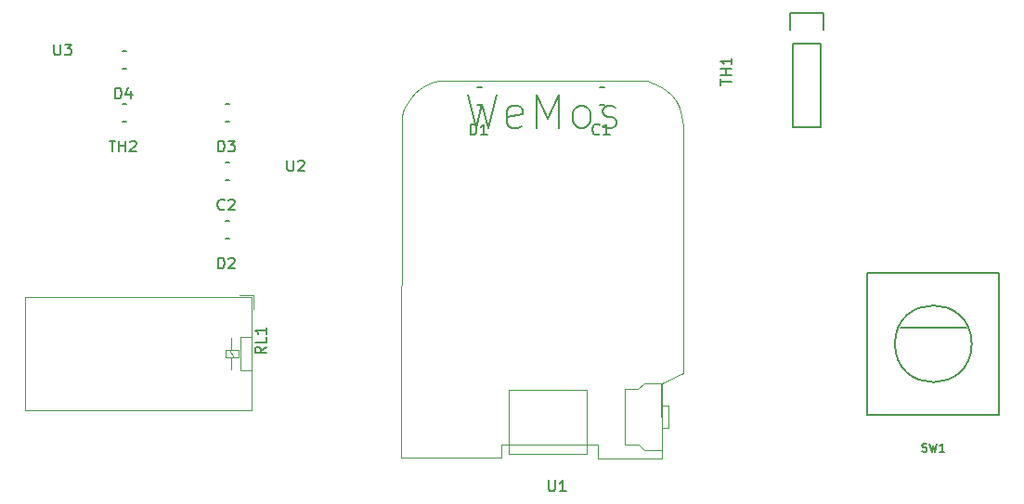
<source format=gbr>
G04 #@! TF.FileFunction,Legend,Top*
%FSLAX46Y46*%
G04 Gerber Fmt 4.6, Leading zero omitted, Abs format (unit mm)*
G04 Created by KiCad (PCBNEW 4.0.7) date 06/30/19 20:04:18*
%MOMM*%
%LPD*%
G01*
G04 APERTURE LIST*
%ADD10C,0.100000*%
%ADD11C,0.150000*%
%ADD12C,0.120000*%
%ADD13C,0.203200*%
%ADD14C,0.152400*%
G04 APERTURE END LIST*
D10*
D11*
X176070000Y-57170000D02*
X178610000Y-57170000D01*
X176070000Y-64790000D02*
X176070000Y-57170000D01*
X178610000Y-64790000D02*
X176070000Y-64790000D01*
X178610000Y-57170000D02*
X178610000Y-64790000D01*
X175816000Y-54376000D02*
X175816000Y-55900000D01*
X178864000Y-54376000D02*
X175816000Y-54376000D01*
X178864000Y-55900000D02*
X178864000Y-54376000D01*
D10*
X164087472Y-95037228D02*
X158276180Y-95037228D01*
X158276180Y-95037228D02*
X158249849Y-93753795D01*
X158249849Y-93753795D02*
X149418627Y-93760483D01*
X149418627Y-93760483D02*
X149420603Y-94962736D01*
X149420603Y-94962736D02*
X140339807Y-94936658D01*
X140339807Y-94936658D02*
X140353805Y-63766507D01*
X140353805Y-63766507D02*
X140586616Y-63163714D01*
X140586616Y-63163714D02*
X140870099Y-62618833D01*
X140870099Y-62618833D02*
X141204747Y-62132423D01*
X141204747Y-62132423D02*
X141591047Y-61705048D01*
X141591047Y-61705048D02*
X142029488Y-61337259D01*
X142029488Y-61337259D02*
X142520560Y-61029623D01*
X142520560Y-61029623D02*
X143064750Y-60782690D01*
X143064750Y-60782690D02*
X143662547Y-60597024D01*
X143662547Y-60597024D02*
X162700460Y-60568266D01*
X162700460Y-60568266D02*
X163319824Y-60802259D01*
X163319824Y-60802259D02*
X163908018Y-61086742D01*
X163908018Y-61086742D02*
X164451445Y-61436257D01*
X164451445Y-61436257D02*
X164936503Y-61865342D01*
X164936503Y-61865342D02*
X165349595Y-62388540D01*
X165349595Y-62388540D02*
X165677122Y-63020387D01*
X165677122Y-63020387D02*
X165905482Y-63775425D01*
X165905482Y-63775425D02*
X166021078Y-64668193D01*
X166021078Y-64668193D02*
X166046026Y-87223285D01*
X166046026Y-87223285D02*
X164102480Y-88184181D01*
X164102480Y-88184181D02*
X164072686Y-94992524D01*
X150090350Y-88811451D02*
X157229931Y-88811451D01*
X157229931Y-88811451D02*
X157229931Y-94625188D01*
X157229931Y-94625188D02*
X150090350Y-94625188D01*
X150090350Y-94625188D02*
X150090350Y-88811451D01*
X164013600Y-88162349D02*
X162461378Y-88162349D01*
X162461378Y-88162349D02*
X161932211Y-88691515D01*
X161932211Y-88691515D02*
X160679850Y-88691515D01*
X160679850Y-88691515D02*
X160679850Y-93753876D01*
X160679850Y-93753876D02*
X161967489Y-93753876D01*
X161967489Y-93753876D02*
X162496656Y-94247765D01*
X162496656Y-94247765D02*
X164066517Y-94247765D01*
X164066517Y-94247765D02*
X164013600Y-88162349D01*
X164048878Y-90243738D02*
X164701517Y-90243738D01*
X164701517Y-90243738D02*
X164701517Y-92236932D01*
X164701517Y-92236932D02*
X164084156Y-92236932D01*
D11*
X158653000Y-61179900D02*
X158452340Y-61179900D01*
X158653000Y-61179900D02*
X158853660Y-61179900D01*
X158752060Y-62780100D02*
X158853660Y-62780100D01*
X158853660Y-62780100D02*
X158452340Y-62780100D01*
X124460000Y-68033900D02*
X124259340Y-68033900D01*
X124460000Y-68033900D02*
X124660660Y-68033900D01*
X124559060Y-69634100D02*
X124660660Y-69634100D01*
X124660660Y-69634100D02*
X124259340Y-69634100D01*
X147453000Y-61179900D02*
X147252340Y-61179900D01*
X147453000Y-61179900D02*
X147653660Y-61179900D01*
X147552060Y-62780100D02*
X147653660Y-62780100D01*
X147653660Y-62780100D02*
X147252340Y-62780100D01*
X124460000Y-73367900D02*
X124259340Y-73367900D01*
X124460000Y-73367900D02*
X124660660Y-73367900D01*
X124559060Y-74968100D02*
X124660660Y-74968100D01*
X124660660Y-74968100D02*
X124259340Y-74968100D01*
X124460000Y-62699900D02*
X124259340Y-62699900D01*
X124460000Y-62699900D02*
X124660660Y-62699900D01*
X124559060Y-64300100D02*
X124660660Y-64300100D01*
X124660660Y-64300100D02*
X124259340Y-64300100D01*
X115062000Y-62699900D02*
X114861340Y-62699900D01*
X115062000Y-62699900D02*
X115262660Y-62699900D01*
X115161060Y-64300100D02*
X115262660Y-64300100D01*
X115262660Y-64300100D02*
X114861340Y-64300100D01*
D12*
X126830000Y-80170000D02*
X126830000Y-81380000D01*
X125530000Y-80170000D02*
X126830000Y-80170000D01*
X126680000Y-80330000D02*
X106010000Y-80330000D01*
X106010000Y-80330000D02*
X106010000Y-90650000D01*
X106010000Y-90650000D02*
X126680000Y-90650000D01*
X126680000Y-90650000D02*
X126680000Y-80330000D01*
X126680000Y-83980000D02*
X125640000Y-83980000D01*
X125620000Y-83980000D02*
X125620000Y-86980000D01*
X125620000Y-86980000D02*
X126680000Y-86980000D01*
X124840000Y-85150000D02*
X124840000Y-84050000D01*
X124840000Y-85850000D02*
X124840000Y-86950000D01*
X124670000Y-85150000D02*
X125070000Y-85850000D01*
X125470000Y-85150000D02*
X124270000Y-85150000D01*
X124270000Y-85150000D02*
X124270000Y-85850000D01*
X124270000Y-85850000D02*
X125470000Y-85850000D01*
X125470000Y-85850000D02*
X125470000Y-85150000D01*
D13*
X191840000Y-83080000D02*
X185840000Y-83080000D01*
X192340000Y-84580000D02*
G75*
G03X192340000Y-84580000I-3500000J0D01*
G01*
X194840000Y-91080000D02*
X182840000Y-91080000D01*
X182840000Y-91080000D02*
X182840000Y-78080000D01*
X182840000Y-78080000D02*
X194840000Y-78080000D01*
X194840000Y-78080000D02*
X194840000Y-91080000D01*
D11*
X115062000Y-57873900D02*
X114861340Y-57873900D01*
X115062000Y-57873900D02*
X115262660Y-57873900D01*
X115161060Y-59474100D02*
X115262660Y-59474100D01*
X115262660Y-59474100D02*
X114861340Y-59474100D01*
X169442381Y-60995714D02*
X169442381Y-60424285D01*
X170442381Y-60710000D02*
X169442381Y-60710000D01*
X170442381Y-60090952D02*
X169442381Y-60090952D01*
X169918571Y-60090952D02*
X169918571Y-59519523D01*
X170442381Y-59519523D02*
X169442381Y-59519523D01*
X170442381Y-58519523D02*
X170442381Y-59090952D01*
X170442381Y-58805238D02*
X169442381Y-58805238D01*
X169585238Y-58900476D01*
X169680476Y-58995714D01*
X169728095Y-59090952D01*
X153778095Y-97022381D02*
X153778095Y-97831905D01*
X153825714Y-97927143D01*
X153873333Y-97974762D01*
X153968571Y-98022381D01*
X154159048Y-98022381D01*
X154254286Y-97974762D01*
X154301905Y-97927143D01*
X154349524Y-97831905D01*
X154349524Y-97022381D01*
X155349524Y-98022381D02*
X154778095Y-98022381D01*
X155063809Y-98022381D02*
X155063809Y-97022381D01*
X154968571Y-97165238D01*
X154873333Y-97260476D01*
X154778095Y-97308095D01*
X146412857Y-61877143D02*
X147127143Y-64877143D01*
X147698572Y-62734286D01*
X148270000Y-64877143D01*
X148984286Y-61877143D01*
X151270000Y-64734286D02*
X150984286Y-64877143D01*
X150412857Y-64877143D01*
X150127143Y-64734286D01*
X149984286Y-64448571D01*
X149984286Y-63305714D01*
X150127143Y-63020000D01*
X150412857Y-62877143D01*
X150984286Y-62877143D01*
X151270000Y-63020000D01*
X151412857Y-63305714D01*
X151412857Y-63591429D01*
X149984286Y-63877143D01*
X152698572Y-64877143D02*
X152698572Y-61877143D01*
X153698572Y-64020000D01*
X154698572Y-61877143D01*
X154698572Y-64877143D01*
X156555714Y-64877143D02*
X156270000Y-64734286D01*
X156127143Y-64591429D01*
X155984286Y-64305714D01*
X155984286Y-63448571D01*
X156127143Y-63162857D01*
X156270000Y-63020000D01*
X156555714Y-62877143D01*
X156984286Y-62877143D01*
X157270000Y-63020000D01*
X157412857Y-63162857D01*
X157555714Y-63448571D01*
X157555714Y-64305714D01*
X157412857Y-64591429D01*
X157270000Y-64734286D01*
X156984286Y-64877143D01*
X156555714Y-64877143D01*
X158698572Y-64734286D02*
X158984286Y-64877143D01*
X159555714Y-64877143D01*
X159841429Y-64734286D01*
X159984286Y-64448571D01*
X159984286Y-64305714D01*
X159841429Y-64020000D01*
X159555714Y-63877143D01*
X159127143Y-63877143D01*
X158841429Y-63734286D01*
X158698572Y-63448571D01*
X158698572Y-63305714D01*
X158841429Y-63020000D01*
X159127143Y-62877143D01*
X159555714Y-62877143D01*
X159841429Y-63020000D01*
X108666095Y-57244381D02*
X108666095Y-58053905D01*
X108713714Y-58149143D01*
X108761333Y-58196762D01*
X108856571Y-58244381D01*
X109047048Y-58244381D01*
X109142286Y-58196762D01*
X109189905Y-58149143D01*
X109237524Y-58053905D01*
X109237524Y-57244381D01*
X109618476Y-57244381D02*
X110237524Y-57244381D01*
X109904190Y-57625333D01*
X110047048Y-57625333D01*
X110142286Y-57672952D01*
X110189905Y-57720571D01*
X110237524Y-57815810D01*
X110237524Y-58053905D01*
X110189905Y-58149143D01*
X110142286Y-58196762D01*
X110047048Y-58244381D01*
X109761333Y-58244381D01*
X109666095Y-58196762D01*
X109618476Y-58149143D01*
X158387274Y-65435943D02*
X158339655Y-65483562D01*
X158196798Y-65531181D01*
X158101560Y-65531181D01*
X157958702Y-65483562D01*
X157863464Y-65388324D01*
X157815845Y-65293086D01*
X157768226Y-65102610D01*
X157768226Y-64959752D01*
X157815845Y-64769276D01*
X157863464Y-64674038D01*
X157958702Y-64578800D01*
X158101560Y-64531181D01*
X158196798Y-64531181D01*
X158339655Y-64578800D01*
X158387274Y-64626419D01*
X159339655Y-65531181D02*
X158768226Y-65531181D01*
X159053940Y-65531181D02*
X159053940Y-64531181D01*
X158958702Y-64674038D01*
X158863464Y-64769276D01*
X158768226Y-64816895D01*
X124194274Y-72289943D02*
X124146655Y-72337562D01*
X124003798Y-72385181D01*
X123908560Y-72385181D01*
X123765702Y-72337562D01*
X123670464Y-72242324D01*
X123622845Y-72147086D01*
X123575226Y-71956610D01*
X123575226Y-71813752D01*
X123622845Y-71623276D01*
X123670464Y-71528038D01*
X123765702Y-71432800D01*
X123908560Y-71385181D01*
X124003798Y-71385181D01*
X124146655Y-71432800D01*
X124194274Y-71480419D01*
X124575226Y-71480419D02*
X124622845Y-71432800D01*
X124718083Y-71385181D01*
X124956179Y-71385181D01*
X125051417Y-71432800D01*
X125099036Y-71480419D01*
X125146655Y-71575657D01*
X125146655Y-71670895D01*
X125099036Y-71813752D01*
X124527607Y-72385181D01*
X125146655Y-72385181D01*
X146615845Y-65531181D02*
X146615845Y-64531181D01*
X146853940Y-64531181D01*
X146996798Y-64578800D01*
X147092036Y-64674038D01*
X147139655Y-64769276D01*
X147187274Y-64959752D01*
X147187274Y-65102610D01*
X147139655Y-65293086D01*
X147092036Y-65388324D01*
X146996798Y-65483562D01*
X146853940Y-65531181D01*
X146615845Y-65531181D01*
X148139655Y-65531181D02*
X147568226Y-65531181D01*
X147853940Y-65531181D02*
X147853940Y-64531181D01*
X147758702Y-64674038D01*
X147663464Y-64769276D01*
X147568226Y-64816895D01*
X123622845Y-77719181D02*
X123622845Y-76719181D01*
X123860940Y-76719181D01*
X124003798Y-76766800D01*
X124099036Y-76862038D01*
X124146655Y-76957276D01*
X124194274Y-77147752D01*
X124194274Y-77290610D01*
X124146655Y-77481086D01*
X124099036Y-77576324D01*
X124003798Y-77671562D01*
X123860940Y-77719181D01*
X123622845Y-77719181D01*
X124575226Y-76814419D02*
X124622845Y-76766800D01*
X124718083Y-76719181D01*
X124956179Y-76719181D01*
X125051417Y-76766800D01*
X125099036Y-76814419D01*
X125146655Y-76909657D01*
X125146655Y-77004895D01*
X125099036Y-77147752D01*
X124527607Y-77719181D01*
X125146655Y-77719181D01*
X123622845Y-67051181D02*
X123622845Y-66051181D01*
X123860940Y-66051181D01*
X124003798Y-66098800D01*
X124099036Y-66194038D01*
X124146655Y-66289276D01*
X124194274Y-66479752D01*
X124194274Y-66622610D01*
X124146655Y-66813086D01*
X124099036Y-66908324D01*
X124003798Y-67003562D01*
X123860940Y-67051181D01*
X123622845Y-67051181D01*
X124527607Y-66051181D02*
X125146655Y-66051181D01*
X124813321Y-66432133D01*
X124956179Y-66432133D01*
X125051417Y-66479752D01*
X125099036Y-66527371D01*
X125146655Y-66622610D01*
X125146655Y-66860705D01*
X125099036Y-66955943D01*
X125051417Y-67003562D01*
X124956179Y-67051181D01*
X124670464Y-67051181D01*
X124575226Y-67003562D01*
X124527607Y-66955943D01*
X113677226Y-66051181D02*
X114248655Y-66051181D01*
X113962940Y-67051181D02*
X113962940Y-66051181D01*
X114581988Y-67051181D02*
X114581988Y-66051181D01*
X114581988Y-66527371D02*
X115153417Y-66527371D01*
X115153417Y-67051181D02*
X115153417Y-66051181D01*
X115581988Y-66146419D02*
X115629607Y-66098800D01*
X115724845Y-66051181D01*
X115962941Y-66051181D01*
X116058179Y-66098800D01*
X116105798Y-66146419D01*
X116153417Y-66241657D01*
X116153417Y-66336895D01*
X116105798Y-66479752D01*
X115534369Y-67051181D01*
X116153417Y-67051181D01*
X127982381Y-84851428D02*
X127506190Y-85184762D01*
X127982381Y-85422857D02*
X126982381Y-85422857D01*
X126982381Y-85041904D01*
X127030000Y-84946666D01*
X127077619Y-84899047D01*
X127172857Y-84851428D01*
X127315714Y-84851428D01*
X127410952Y-84899047D01*
X127458571Y-84946666D01*
X127506190Y-85041904D01*
X127506190Y-85422857D01*
X127982381Y-83946666D02*
X127982381Y-84422857D01*
X126982381Y-84422857D01*
X127982381Y-83089523D02*
X127982381Y-83660952D01*
X127982381Y-83375238D02*
X126982381Y-83375238D01*
X127125238Y-83470476D01*
X127220476Y-83565714D01*
X127268095Y-83660952D01*
D14*
X187824001Y-94388429D02*
X187932858Y-94424714D01*
X188114287Y-94424714D01*
X188186858Y-94388429D01*
X188223144Y-94352143D01*
X188259429Y-94279571D01*
X188259429Y-94207000D01*
X188223144Y-94134429D01*
X188186858Y-94098143D01*
X188114287Y-94061857D01*
X187969144Y-94025571D01*
X187896572Y-93989286D01*
X187860287Y-93953000D01*
X187824001Y-93880429D01*
X187824001Y-93807857D01*
X187860287Y-93735286D01*
X187896572Y-93699000D01*
X187969144Y-93662714D01*
X188150572Y-93662714D01*
X188259429Y-93699000D01*
X188513429Y-93662714D02*
X188694858Y-94424714D01*
X188840001Y-93880429D01*
X188985143Y-94424714D01*
X189166572Y-93662714D01*
X189856000Y-94424714D02*
X189420572Y-94424714D01*
X189638286Y-94424714D02*
X189638286Y-93662714D01*
X189565715Y-93771571D01*
X189493143Y-93844143D01*
X189420572Y-93880429D01*
D11*
X114224845Y-62225181D02*
X114224845Y-61225181D01*
X114462940Y-61225181D01*
X114605798Y-61272800D01*
X114701036Y-61368038D01*
X114748655Y-61463276D01*
X114796274Y-61653752D01*
X114796274Y-61796610D01*
X114748655Y-61987086D01*
X114701036Y-62082324D01*
X114605798Y-62177562D01*
X114462940Y-62225181D01*
X114224845Y-62225181D01*
X115653417Y-61558514D02*
X115653417Y-62225181D01*
X115415321Y-61177562D02*
X115177226Y-61891848D01*
X115796274Y-61891848D01*
X129928095Y-67832381D02*
X129928095Y-68641905D01*
X129975714Y-68737143D01*
X130023333Y-68784762D01*
X130118571Y-68832381D01*
X130309048Y-68832381D01*
X130404286Y-68784762D01*
X130451905Y-68737143D01*
X130499524Y-68641905D01*
X130499524Y-67832381D01*
X130928095Y-67927619D02*
X130975714Y-67880000D01*
X131070952Y-67832381D01*
X131309048Y-67832381D01*
X131404286Y-67880000D01*
X131451905Y-67927619D01*
X131499524Y-68022857D01*
X131499524Y-68118095D01*
X131451905Y-68260952D01*
X130880476Y-68832381D01*
X131499524Y-68832381D01*
M02*

</source>
